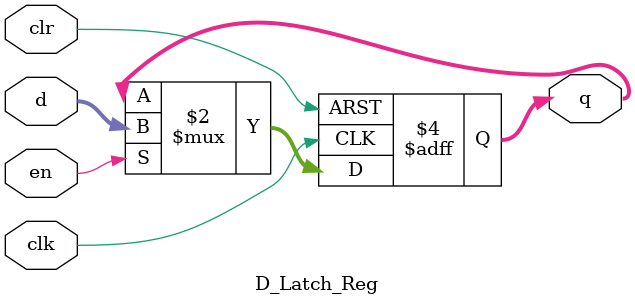
<source format=v>
`timescale 1ns / 1ps

module D_Latch_Reg #(parameter N = 4)(
    input wire clk,               // Clock
    input wire clr,               // Clear
    input wire en,                // Enable
    input wire [N-1:0] d,         // Data input
    output reg [N-1:0] q          // Data output
    );
    
    always @(posedge clr or posedge clk) 
    begin
        if (clr)
            q = 0;
        else if (en)
            q <= d;
    end
    
endmodule
</source>
